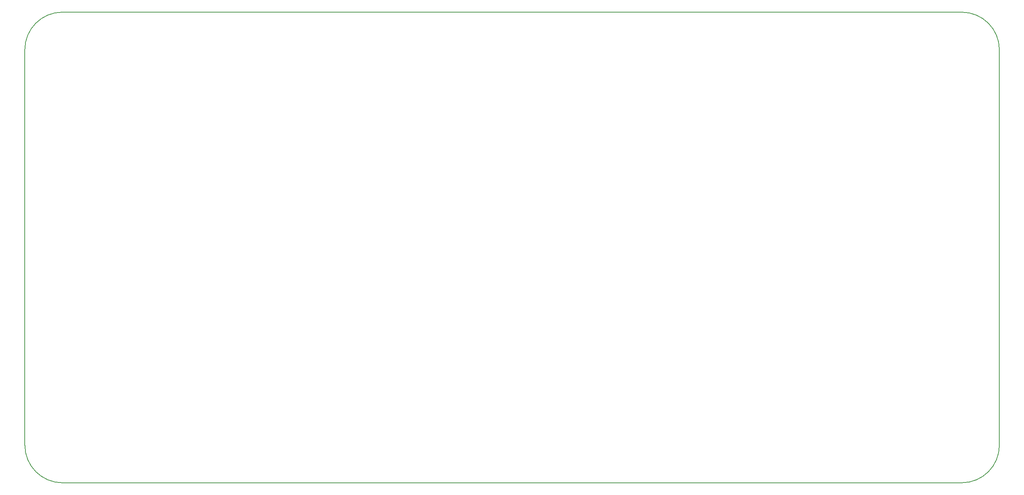
<source format=gbr>
%TF.GenerationSoftware,KiCad,Pcbnew,(5.99.0-10540-g55c1d814f9)*%
%TF.CreationDate,2021-05-28T08:01:38+02:00*%
%TF.ProjectId,0xcb-static,30786362-2d73-4746-9174-69632e6b6963,1.0*%
%TF.SameCoordinates,Original*%
%TF.FileFunction,Profile,NP*%
%FSLAX46Y46*%
G04 Gerber Fmt 4.6, Leading zero omitted, Abs format (unit mm)*
G04 Created by KiCad (PCBNEW (5.99.0-10540-g55c1d814f9)) date 2021-05-28 08:01:38*
%MOMM*%
%LPD*%
G01*
G04 APERTURE LIST*
%TA.AperFunction,Profile*%
%ADD10C,0.200000*%
%TD*%
G04 APERTURE END LIST*
D10*
X263958924Y-48778572D02*
G75*
G03*
X255322926Y-40142574I-8635998J0D01*
G01*
X48831498Y-40132002D02*
G75*
G03*
X40195500Y-48768000I0J-8635998D01*
G01*
X40206076Y-139689428D02*
G75*
G03*
X48842074Y-148325426I8635998J0D01*
G01*
X255322926Y-148325426D02*
X48842074Y-148325426D01*
X255322926Y-40142574D02*
X48831500Y-40132000D01*
X255322928Y-148325424D02*
G75*
G03*
X263958926Y-139689426I0J8635998D01*
G01*
X263958926Y-48778574D02*
X263958926Y-139689426D01*
X40206074Y-139689426D02*
X40195500Y-48768000D01*
M02*

</source>
